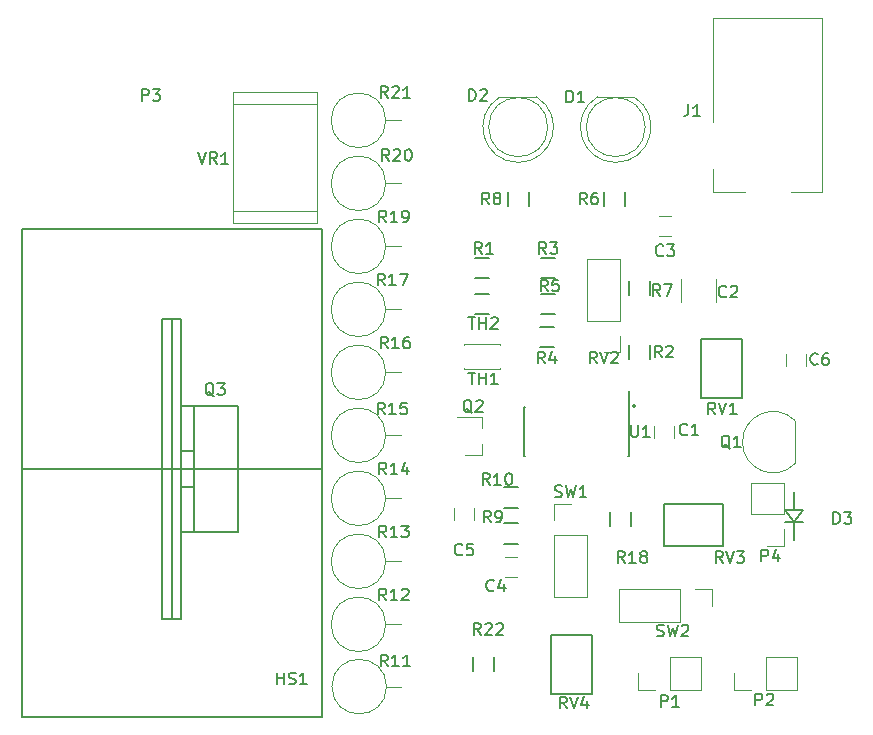
<source format=gbr>
G04 #@! TF.FileFunction,Legend,Top*
%FSLAX46Y46*%
G04 Gerber Fmt 4.6, Leading zero omitted, Abs format (unit mm)*
G04 Created by KiCad (PCBNEW 4.0.1-stable) date 10/30/2017 21:56:45*
%MOMM*%
G01*
G04 APERTURE LIST*
%ADD10C,0.100000*%
%ADD11C,0.200000*%
%ADD12C,0.150000*%
%ADD13C,0.120000*%
G04 APERTURE END LIST*
D10*
D11*
X151130000Y-88011000D02*
G75*
G03X151130000Y-88011000I-127000J0D01*
G01*
D12*
X138776000Y-80250000D02*
X137576000Y-80250000D01*
X137576000Y-78500000D02*
X138776000Y-78500000D01*
D13*
X152693000Y-89670000D02*
X152693000Y-90670000D01*
X154393000Y-90670000D02*
X154393000Y-89670000D01*
X162179000Y-112007000D02*
X164839000Y-112007000D01*
X164839000Y-112007000D02*
X164839000Y-109227000D01*
X164839000Y-109227000D02*
X162179000Y-109227000D01*
X162179000Y-109227000D02*
X162179000Y-112007000D01*
X160909000Y-112007000D02*
X159519000Y-112007000D01*
X159519000Y-112007000D02*
X159519000Y-110617000D01*
X163696000Y-97155000D02*
X163696000Y-94495000D01*
X163696000Y-94495000D02*
X160916000Y-94495000D01*
X160916000Y-94495000D02*
X160916000Y-97155000D01*
X160916000Y-97155000D02*
X163696000Y-97155000D01*
X163696000Y-98425000D02*
X163696000Y-99815000D01*
X163696000Y-99815000D02*
X162306000Y-99815000D01*
X164664000Y-92859000D02*
X164664000Y-89259000D01*
X164652478Y-92897478D02*
G75*
G02X160214000Y-91059000I-1838478J1838478D01*
G01*
X164652478Y-89220522D02*
G75*
G03X160214000Y-91059000I-1838478J-1838478D01*
G01*
D12*
X112649000Y-94869000D02*
X113792000Y-94869000D01*
X112649000Y-91821000D02*
X113792000Y-91821000D01*
X113792000Y-88011000D02*
X117475000Y-88011000D01*
X117475000Y-88011000D02*
X117475000Y-98679000D01*
X117475000Y-98679000D02*
X113792000Y-98679000D01*
X112649000Y-88011000D02*
X113792000Y-88011000D01*
X113792000Y-88011000D02*
X113792000Y-98679000D01*
X113792000Y-98679000D02*
X112649000Y-98679000D01*
X112649000Y-93345000D02*
X112649000Y-98679000D01*
X112649000Y-93345000D02*
X112649000Y-88011000D01*
X137576000Y-75452000D02*
X138776000Y-75452000D01*
X138776000Y-77202000D02*
X137576000Y-77202000D01*
X152386000Y-82839000D02*
X152386000Y-84039000D01*
X150636000Y-84039000D02*
X150636000Y-82839000D01*
X144364000Y-77202000D02*
X143164000Y-77202000D01*
X143164000Y-75452000D02*
X144364000Y-75452000D01*
X143164000Y-78500000D02*
X144364000Y-78500000D01*
X144364000Y-80250000D02*
X143164000Y-80250000D01*
X144237000Y-83044000D02*
X143037000Y-83044000D01*
X143037000Y-81294000D02*
X144237000Y-81294000D01*
X150227000Y-69885000D02*
X150227000Y-71085000D01*
X148477000Y-71085000D02*
X148477000Y-69885000D01*
X152386000Y-77378000D02*
X152386000Y-78578000D01*
X150636000Y-78578000D02*
X150636000Y-77378000D01*
X142099000Y-69885000D02*
X142099000Y-71085000D01*
X140349000Y-71085000D02*
X140349000Y-69885000D01*
X141189000Y-99681000D02*
X139989000Y-99681000D01*
X139989000Y-97931000D02*
X141189000Y-97931000D01*
X141189000Y-96633000D02*
X139989000Y-96633000D01*
X139989000Y-94883000D02*
X141189000Y-94883000D01*
X148985000Y-98136000D02*
X148985000Y-96936000D01*
X150735000Y-96936000D02*
X150735000Y-98136000D01*
X139178000Y-109255000D02*
X139178000Y-110455000D01*
X137428000Y-110455000D02*
X137428000Y-109255000D01*
X111102000Y-106045000D02*
X111102000Y-80645000D01*
X111102000Y-80645000D02*
X112672000Y-80645000D01*
X112672000Y-80645000D02*
X112672000Y-106045000D01*
X112672000Y-106045000D02*
X111102000Y-106045000D01*
X99187000Y-93345000D02*
X124587000Y-93345000D01*
X111887000Y-106045000D02*
X111887000Y-80645000D01*
X99187000Y-114300000D02*
X124587000Y-114300000D01*
X124587000Y-114300000D02*
X124587000Y-73025000D01*
X124587000Y-73025000D02*
X99187000Y-73025000D01*
X99187000Y-73025000D02*
X99187000Y-114300000D01*
D13*
X138174000Y-92131000D02*
X138174000Y-91201000D01*
X138174000Y-88971000D02*
X138174000Y-89901000D01*
X138174000Y-88971000D02*
X136014000Y-88971000D01*
X138174000Y-92131000D02*
X136714000Y-92131000D01*
X157939000Y-79232000D02*
X157939000Y-77232000D01*
X154989000Y-77232000D02*
X154989000Y-79232000D01*
X153170000Y-73621000D02*
X154170000Y-73621000D01*
X154170000Y-71921000D02*
X153170000Y-71921000D01*
X141089000Y-100750000D02*
X140089000Y-100750000D01*
X140089000Y-102450000D02*
X141089000Y-102450000D01*
X137502000Y-97655000D02*
X137502000Y-96655000D01*
X135802000Y-96655000D02*
X135802000Y-97655000D01*
X163869000Y-83574000D02*
X163869000Y-84574000D01*
X165569000Y-84574000D02*
X165569000Y-83574000D01*
X149478538Y-67379000D02*
G75*
G03X151023830Y-61829000I462J2990000D01*
G01*
X149479462Y-67379000D02*
G75*
G02X147934170Y-61829000I-462J2990000D01*
G01*
X151979000Y-64389000D02*
G75*
G03X151979000Y-64389000I-2500000J0D01*
G01*
X151024000Y-61829000D02*
X147934000Y-61829000D01*
X141223538Y-67379000D02*
G75*
G03X142768830Y-61829000I462J2990000D01*
G01*
X141224462Y-67379000D02*
G75*
G02X139679170Y-61829000I-462J2990000D01*
G01*
X143724000Y-64389000D02*
G75*
G03X143724000Y-64389000I-2500000J0D01*
G01*
X142769000Y-61829000D02*
X139679000Y-61829000D01*
D12*
X165354000Y-97790000D02*
X163830000Y-97790000D01*
X164592000Y-96774000D02*
X164084000Y-96774000D01*
X164084000Y-96774000D02*
X163830000Y-96774000D01*
X163830000Y-96774000D02*
X164592000Y-97790000D01*
X164592000Y-95250000D02*
X164592000Y-96774000D01*
X164592000Y-96774000D02*
X165354000Y-96774000D01*
X165354000Y-96774000D02*
X164592000Y-97790000D01*
X164592000Y-97790000D02*
X164592000Y-99314000D01*
D13*
X130072000Y-111760000D02*
G75*
G03X130072000Y-111760000I-2310000J0D01*
G01*
X130072000Y-111760000D02*
X131342000Y-111760000D01*
X130008500Y-106489500D02*
G75*
G03X130008500Y-106489500I-2310000J0D01*
G01*
X130008500Y-106489500D02*
X131278500Y-106489500D01*
X130008500Y-101155500D02*
G75*
G03X130008500Y-101155500I-2310000J0D01*
G01*
X130008500Y-101155500D02*
X131278500Y-101155500D01*
X130008500Y-95821500D02*
G75*
G03X130008500Y-95821500I-2310000J0D01*
G01*
X130008500Y-95821500D02*
X131278500Y-95821500D01*
X130008500Y-90487500D02*
G75*
G03X130008500Y-90487500I-2310000J0D01*
G01*
X130008500Y-90487500D02*
X131278500Y-90487500D01*
X130008500Y-85153500D02*
G75*
G03X130008500Y-85153500I-2310000J0D01*
G01*
X130008500Y-85153500D02*
X131278500Y-85153500D01*
X130008500Y-79819500D02*
G75*
G03X130008500Y-79819500I-2310000J0D01*
G01*
X130008500Y-79819500D02*
X131278500Y-79819500D01*
X130008500Y-74485500D02*
G75*
G03X130008500Y-74485500I-2310000J0D01*
G01*
X130008500Y-74485500D02*
X131278500Y-74485500D01*
X130008500Y-69151500D02*
G75*
G03X130008500Y-69151500I-2310000J0D01*
G01*
X130008500Y-69151500D02*
X131278500Y-69151500D01*
X130008500Y-63817500D02*
G75*
G03X130008500Y-63817500I-2310000J0D01*
G01*
X130008500Y-63817500D02*
X131278500Y-63817500D01*
D12*
X160163000Y-87336000D02*
X156663000Y-87336000D01*
X156663000Y-87336000D02*
X156663000Y-82336000D01*
X156663000Y-82336000D02*
X160163000Y-82336000D01*
X160163000Y-82336000D02*
X160163000Y-87336000D01*
D13*
X149853000Y-80772000D02*
X149853000Y-75572000D01*
X149853000Y-75572000D02*
X147073000Y-75572000D01*
X147073000Y-75572000D02*
X147073000Y-80772000D01*
X147073000Y-80772000D02*
X149853000Y-80772000D01*
X149853000Y-82042000D02*
X149853000Y-83432000D01*
X149853000Y-83432000D02*
X148463000Y-83432000D01*
D12*
X153583000Y-99838000D02*
X153583000Y-96338000D01*
X153583000Y-96338000D02*
X158583000Y-96338000D01*
X158583000Y-96338000D02*
X158583000Y-99838000D01*
X158583000Y-99838000D02*
X153583000Y-99838000D01*
X147463000Y-112355000D02*
X143963000Y-112355000D01*
X143963000Y-112355000D02*
X143963000Y-107355000D01*
X143963000Y-107355000D02*
X147463000Y-107355000D01*
X147463000Y-107355000D02*
X147463000Y-112355000D01*
D13*
X144279000Y-98933000D02*
X144279000Y-104133000D01*
X144279000Y-104133000D02*
X147059000Y-104133000D01*
X147059000Y-104133000D02*
X147059000Y-98933000D01*
X147059000Y-98933000D02*
X144279000Y-98933000D01*
X144279000Y-97663000D02*
X144279000Y-96273000D01*
X144279000Y-96273000D02*
X145669000Y-96273000D01*
X154940000Y-103512000D02*
X149740000Y-103512000D01*
X149740000Y-103512000D02*
X149740000Y-106292000D01*
X149740000Y-106292000D02*
X154940000Y-106292000D01*
X154940000Y-106292000D02*
X154940000Y-103512000D01*
X156210000Y-103512000D02*
X157600000Y-103512000D01*
X157600000Y-103512000D02*
X157600000Y-104902000D01*
X136596000Y-82760000D02*
X139716000Y-82760000D01*
X136596000Y-84880000D02*
X139716000Y-84880000D01*
X136596000Y-82760000D02*
X136596000Y-82824000D01*
X136596000Y-84816000D02*
X136596000Y-84880000D01*
X139716000Y-82760000D02*
X139716000Y-82824000D01*
X139716000Y-84816000D02*
X139716000Y-84880000D01*
X117090000Y-72529000D02*
X117090000Y-61409000D01*
X124210000Y-72529000D02*
X124210000Y-61409000D01*
X117090000Y-72529000D02*
X124210000Y-72529000D01*
X117090000Y-61409000D02*
X124210000Y-61409000D01*
X117090000Y-71469000D02*
X124210000Y-71469000D01*
X117090000Y-62469000D02*
X124210000Y-62469000D01*
D12*
X150627000Y-88095000D02*
X150602000Y-88095000D01*
X150627000Y-92245000D02*
X150512000Y-92245000D01*
X141727000Y-92245000D02*
X141842000Y-92245000D01*
X141727000Y-88095000D02*
X141842000Y-88095000D01*
X150627000Y-88095000D02*
X150627000Y-92245000D01*
X141727000Y-88095000D02*
X141727000Y-92245000D01*
X150602000Y-88095000D02*
X150602000Y-86720000D01*
D13*
X157706000Y-63961000D02*
X157706000Y-55161000D01*
X157706000Y-55161000D02*
X166906000Y-55161000D01*
X160406000Y-69861000D02*
X157706000Y-69861000D01*
X157706000Y-69861000D02*
X157706000Y-67961000D01*
X166906000Y-55161000D02*
X166906000Y-69861000D01*
X166906000Y-69861000D02*
X164306000Y-69861000D01*
X154051000Y-112007000D02*
X156711000Y-112007000D01*
X156711000Y-112007000D02*
X156711000Y-109227000D01*
X156711000Y-109227000D02*
X154051000Y-109227000D01*
X154051000Y-109227000D02*
X154051000Y-112007000D01*
X152781000Y-112007000D02*
X151391000Y-112007000D01*
X151391000Y-112007000D02*
X151391000Y-110617000D01*
D12*
X137017286Y-80478381D02*
X137588715Y-80478381D01*
X137303000Y-81478381D02*
X137303000Y-80478381D01*
X137922048Y-81478381D02*
X137922048Y-80478381D01*
X137922048Y-80954571D02*
X138493477Y-80954571D01*
X138493477Y-81478381D02*
X138493477Y-80478381D01*
X138922048Y-80573619D02*
X138969667Y-80526000D01*
X139064905Y-80478381D01*
X139303001Y-80478381D01*
X139398239Y-80526000D01*
X139445858Y-80573619D01*
X139493477Y-80668857D01*
X139493477Y-80764095D01*
X139445858Y-80906952D01*
X138874429Y-81478381D01*
X139493477Y-81478381D01*
X155535334Y-90400143D02*
X155487715Y-90447762D01*
X155344858Y-90495381D01*
X155249620Y-90495381D01*
X155106762Y-90447762D01*
X155011524Y-90352524D01*
X154963905Y-90257286D01*
X154916286Y-90066810D01*
X154916286Y-89923952D01*
X154963905Y-89733476D01*
X155011524Y-89638238D01*
X155106762Y-89543000D01*
X155249620Y-89495381D01*
X155344858Y-89495381D01*
X155487715Y-89543000D01*
X155535334Y-89590619D01*
X156487715Y-90495381D02*
X155916286Y-90495381D01*
X156202000Y-90495381D02*
X156202000Y-89495381D01*
X156106762Y-89638238D01*
X156011524Y-89733476D01*
X155916286Y-89781095D01*
X161313905Y-113355381D02*
X161313905Y-112355381D01*
X161694858Y-112355381D01*
X161790096Y-112403000D01*
X161837715Y-112450619D01*
X161885334Y-112545857D01*
X161885334Y-112688714D01*
X161837715Y-112783952D01*
X161790096Y-112831571D01*
X161694858Y-112879190D01*
X161313905Y-112879190D01*
X162266286Y-112450619D02*
X162313905Y-112403000D01*
X162409143Y-112355381D01*
X162647239Y-112355381D01*
X162742477Y-112403000D01*
X162790096Y-112450619D01*
X162837715Y-112545857D01*
X162837715Y-112641095D01*
X162790096Y-112783952D01*
X162218667Y-113355381D01*
X162837715Y-113355381D01*
X161821905Y-101163381D02*
X161821905Y-100163381D01*
X162202858Y-100163381D01*
X162298096Y-100211000D01*
X162345715Y-100258619D01*
X162393334Y-100353857D01*
X162393334Y-100496714D01*
X162345715Y-100591952D01*
X162298096Y-100639571D01*
X162202858Y-100687190D01*
X161821905Y-100687190D01*
X163250477Y-100496714D02*
X163250477Y-101163381D01*
X163012381Y-100115762D02*
X162774286Y-100830048D01*
X163393334Y-100830048D01*
X159162762Y-91606619D02*
X159067524Y-91559000D01*
X158972286Y-91463762D01*
X158829429Y-91320905D01*
X158734190Y-91273286D01*
X158638952Y-91273286D01*
X158686571Y-91511381D02*
X158591333Y-91463762D01*
X158496095Y-91368524D01*
X158448476Y-91178048D01*
X158448476Y-90844714D01*
X158496095Y-90654238D01*
X158591333Y-90559000D01*
X158686571Y-90511381D01*
X158877048Y-90511381D01*
X158972286Y-90559000D01*
X159067524Y-90654238D01*
X159115143Y-90844714D01*
X159115143Y-91178048D01*
X159067524Y-91368524D01*
X158972286Y-91463762D01*
X158877048Y-91511381D01*
X158686571Y-91511381D01*
X160067524Y-91511381D02*
X159496095Y-91511381D01*
X159781809Y-91511381D02*
X159781809Y-90511381D01*
X159686571Y-90654238D01*
X159591333Y-90749476D01*
X159496095Y-90797095D01*
X115474762Y-87161619D02*
X115379524Y-87114000D01*
X115284286Y-87018762D01*
X115141429Y-86875905D01*
X115046190Y-86828286D01*
X114950952Y-86828286D01*
X114998571Y-87066381D02*
X114903333Y-87018762D01*
X114808095Y-86923524D01*
X114760476Y-86733048D01*
X114760476Y-86399714D01*
X114808095Y-86209238D01*
X114903333Y-86114000D01*
X114998571Y-86066381D01*
X115189048Y-86066381D01*
X115284286Y-86114000D01*
X115379524Y-86209238D01*
X115427143Y-86399714D01*
X115427143Y-86733048D01*
X115379524Y-86923524D01*
X115284286Y-87018762D01*
X115189048Y-87066381D01*
X114998571Y-87066381D01*
X115760476Y-86066381D02*
X116379524Y-86066381D01*
X116046190Y-86447333D01*
X116189048Y-86447333D01*
X116284286Y-86494952D01*
X116331905Y-86542571D01*
X116379524Y-86637810D01*
X116379524Y-86875905D01*
X116331905Y-86971143D01*
X116284286Y-87018762D01*
X116189048Y-87066381D01*
X115903333Y-87066381D01*
X115808095Y-87018762D01*
X115760476Y-86971143D01*
X138136334Y-75128381D02*
X137803000Y-74652190D01*
X137564905Y-75128381D02*
X137564905Y-74128381D01*
X137945858Y-74128381D01*
X138041096Y-74176000D01*
X138088715Y-74223619D01*
X138136334Y-74318857D01*
X138136334Y-74461714D01*
X138088715Y-74556952D01*
X138041096Y-74604571D01*
X137945858Y-74652190D01*
X137564905Y-74652190D01*
X139088715Y-75128381D02*
X138517286Y-75128381D01*
X138803000Y-75128381D02*
X138803000Y-74128381D01*
X138707762Y-74271238D01*
X138612524Y-74366476D01*
X138517286Y-74414095D01*
X153376334Y-83891381D02*
X153043000Y-83415190D01*
X152804905Y-83891381D02*
X152804905Y-82891381D01*
X153185858Y-82891381D01*
X153281096Y-82939000D01*
X153328715Y-82986619D01*
X153376334Y-83081857D01*
X153376334Y-83224714D01*
X153328715Y-83319952D01*
X153281096Y-83367571D01*
X153185858Y-83415190D01*
X152804905Y-83415190D01*
X153757286Y-82986619D02*
X153804905Y-82939000D01*
X153900143Y-82891381D01*
X154138239Y-82891381D01*
X154233477Y-82939000D01*
X154281096Y-82986619D01*
X154328715Y-83081857D01*
X154328715Y-83177095D01*
X154281096Y-83319952D01*
X153709667Y-83891381D01*
X154328715Y-83891381D01*
X143597334Y-75128381D02*
X143264000Y-74652190D01*
X143025905Y-75128381D02*
X143025905Y-74128381D01*
X143406858Y-74128381D01*
X143502096Y-74176000D01*
X143549715Y-74223619D01*
X143597334Y-74318857D01*
X143597334Y-74461714D01*
X143549715Y-74556952D01*
X143502096Y-74604571D01*
X143406858Y-74652190D01*
X143025905Y-74652190D01*
X143930667Y-74128381D02*
X144549715Y-74128381D01*
X144216381Y-74509333D01*
X144359239Y-74509333D01*
X144454477Y-74556952D01*
X144502096Y-74604571D01*
X144549715Y-74699810D01*
X144549715Y-74937905D01*
X144502096Y-75033143D01*
X144454477Y-75080762D01*
X144359239Y-75128381D01*
X144073524Y-75128381D01*
X143978286Y-75080762D01*
X143930667Y-75033143D01*
X143470334Y-84399381D02*
X143137000Y-83923190D01*
X142898905Y-84399381D02*
X142898905Y-83399381D01*
X143279858Y-83399381D01*
X143375096Y-83447000D01*
X143422715Y-83494619D01*
X143470334Y-83589857D01*
X143470334Y-83732714D01*
X143422715Y-83827952D01*
X143375096Y-83875571D01*
X143279858Y-83923190D01*
X142898905Y-83923190D01*
X144327477Y-83732714D02*
X144327477Y-84399381D01*
X144089381Y-83351762D02*
X143851286Y-84066048D01*
X144470334Y-84066048D01*
X143724334Y-78303381D02*
X143391000Y-77827190D01*
X143152905Y-78303381D02*
X143152905Y-77303381D01*
X143533858Y-77303381D01*
X143629096Y-77351000D01*
X143676715Y-77398619D01*
X143724334Y-77493857D01*
X143724334Y-77636714D01*
X143676715Y-77731952D01*
X143629096Y-77779571D01*
X143533858Y-77827190D01*
X143152905Y-77827190D01*
X144629096Y-77303381D02*
X144152905Y-77303381D01*
X144105286Y-77779571D01*
X144152905Y-77731952D01*
X144248143Y-77684333D01*
X144486239Y-77684333D01*
X144581477Y-77731952D01*
X144629096Y-77779571D01*
X144676715Y-77874810D01*
X144676715Y-78112905D01*
X144629096Y-78208143D01*
X144581477Y-78255762D01*
X144486239Y-78303381D01*
X144248143Y-78303381D01*
X144152905Y-78255762D01*
X144105286Y-78208143D01*
X147026334Y-70937381D02*
X146693000Y-70461190D01*
X146454905Y-70937381D02*
X146454905Y-69937381D01*
X146835858Y-69937381D01*
X146931096Y-69985000D01*
X146978715Y-70032619D01*
X147026334Y-70127857D01*
X147026334Y-70270714D01*
X146978715Y-70365952D01*
X146931096Y-70413571D01*
X146835858Y-70461190D01*
X146454905Y-70461190D01*
X147883477Y-69937381D02*
X147693000Y-69937381D01*
X147597762Y-69985000D01*
X147550143Y-70032619D01*
X147454905Y-70175476D01*
X147407286Y-70365952D01*
X147407286Y-70746905D01*
X147454905Y-70842143D01*
X147502524Y-70889762D01*
X147597762Y-70937381D01*
X147788239Y-70937381D01*
X147883477Y-70889762D01*
X147931096Y-70842143D01*
X147978715Y-70746905D01*
X147978715Y-70508810D01*
X147931096Y-70413571D01*
X147883477Y-70365952D01*
X147788239Y-70318333D01*
X147597762Y-70318333D01*
X147502524Y-70365952D01*
X147454905Y-70413571D01*
X147407286Y-70508810D01*
X153249334Y-78684381D02*
X152916000Y-78208190D01*
X152677905Y-78684381D02*
X152677905Y-77684381D01*
X153058858Y-77684381D01*
X153154096Y-77732000D01*
X153201715Y-77779619D01*
X153249334Y-77874857D01*
X153249334Y-78017714D01*
X153201715Y-78112952D01*
X153154096Y-78160571D01*
X153058858Y-78208190D01*
X152677905Y-78208190D01*
X153582667Y-77684381D02*
X154249334Y-77684381D01*
X153820762Y-78684381D01*
X138771334Y-70937381D02*
X138438000Y-70461190D01*
X138199905Y-70937381D02*
X138199905Y-69937381D01*
X138580858Y-69937381D01*
X138676096Y-69985000D01*
X138723715Y-70032619D01*
X138771334Y-70127857D01*
X138771334Y-70270714D01*
X138723715Y-70365952D01*
X138676096Y-70413571D01*
X138580858Y-70461190D01*
X138199905Y-70461190D01*
X139342762Y-70365952D02*
X139247524Y-70318333D01*
X139199905Y-70270714D01*
X139152286Y-70175476D01*
X139152286Y-70127857D01*
X139199905Y-70032619D01*
X139247524Y-69985000D01*
X139342762Y-69937381D01*
X139533239Y-69937381D01*
X139628477Y-69985000D01*
X139676096Y-70032619D01*
X139723715Y-70127857D01*
X139723715Y-70175476D01*
X139676096Y-70270714D01*
X139628477Y-70318333D01*
X139533239Y-70365952D01*
X139342762Y-70365952D01*
X139247524Y-70413571D01*
X139199905Y-70461190D01*
X139152286Y-70556429D01*
X139152286Y-70746905D01*
X139199905Y-70842143D01*
X139247524Y-70889762D01*
X139342762Y-70937381D01*
X139533239Y-70937381D01*
X139628477Y-70889762D01*
X139676096Y-70842143D01*
X139723715Y-70746905D01*
X139723715Y-70556429D01*
X139676096Y-70461190D01*
X139628477Y-70413571D01*
X139533239Y-70365952D01*
X138898334Y-97861381D02*
X138565000Y-97385190D01*
X138326905Y-97861381D02*
X138326905Y-96861381D01*
X138707858Y-96861381D01*
X138803096Y-96909000D01*
X138850715Y-96956619D01*
X138898334Y-97051857D01*
X138898334Y-97194714D01*
X138850715Y-97289952D01*
X138803096Y-97337571D01*
X138707858Y-97385190D01*
X138326905Y-97385190D01*
X139374524Y-97861381D02*
X139565000Y-97861381D01*
X139660239Y-97813762D01*
X139707858Y-97766143D01*
X139803096Y-97623286D01*
X139850715Y-97432810D01*
X139850715Y-97051857D01*
X139803096Y-96956619D01*
X139755477Y-96909000D01*
X139660239Y-96861381D01*
X139469762Y-96861381D01*
X139374524Y-96909000D01*
X139326905Y-96956619D01*
X139279286Y-97051857D01*
X139279286Y-97289952D01*
X139326905Y-97385190D01*
X139374524Y-97432810D01*
X139469762Y-97480429D01*
X139660239Y-97480429D01*
X139755477Y-97432810D01*
X139803096Y-97385190D01*
X139850715Y-97289952D01*
X138803143Y-94686381D02*
X138469809Y-94210190D01*
X138231714Y-94686381D02*
X138231714Y-93686381D01*
X138612667Y-93686381D01*
X138707905Y-93734000D01*
X138755524Y-93781619D01*
X138803143Y-93876857D01*
X138803143Y-94019714D01*
X138755524Y-94114952D01*
X138707905Y-94162571D01*
X138612667Y-94210190D01*
X138231714Y-94210190D01*
X139755524Y-94686381D02*
X139184095Y-94686381D01*
X139469809Y-94686381D02*
X139469809Y-93686381D01*
X139374571Y-93829238D01*
X139279333Y-93924476D01*
X139184095Y-93972095D01*
X140374571Y-93686381D02*
X140469810Y-93686381D01*
X140565048Y-93734000D01*
X140612667Y-93781619D01*
X140660286Y-93876857D01*
X140707905Y-94067333D01*
X140707905Y-94305429D01*
X140660286Y-94495905D01*
X140612667Y-94591143D01*
X140565048Y-94638762D01*
X140469810Y-94686381D01*
X140374571Y-94686381D01*
X140279333Y-94638762D01*
X140231714Y-94591143D01*
X140184095Y-94495905D01*
X140136476Y-94305429D01*
X140136476Y-94067333D01*
X140184095Y-93876857D01*
X140231714Y-93781619D01*
X140279333Y-93734000D01*
X140374571Y-93686381D01*
X150233143Y-101290381D02*
X149899809Y-100814190D01*
X149661714Y-101290381D02*
X149661714Y-100290381D01*
X150042667Y-100290381D01*
X150137905Y-100338000D01*
X150185524Y-100385619D01*
X150233143Y-100480857D01*
X150233143Y-100623714D01*
X150185524Y-100718952D01*
X150137905Y-100766571D01*
X150042667Y-100814190D01*
X149661714Y-100814190D01*
X151185524Y-101290381D02*
X150614095Y-101290381D01*
X150899809Y-101290381D02*
X150899809Y-100290381D01*
X150804571Y-100433238D01*
X150709333Y-100528476D01*
X150614095Y-100576095D01*
X151756952Y-100718952D02*
X151661714Y-100671333D01*
X151614095Y-100623714D01*
X151566476Y-100528476D01*
X151566476Y-100480857D01*
X151614095Y-100385619D01*
X151661714Y-100338000D01*
X151756952Y-100290381D01*
X151947429Y-100290381D01*
X152042667Y-100338000D01*
X152090286Y-100385619D01*
X152137905Y-100480857D01*
X152137905Y-100528476D01*
X152090286Y-100623714D01*
X152042667Y-100671333D01*
X151947429Y-100718952D01*
X151756952Y-100718952D01*
X151661714Y-100766571D01*
X151614095Y-100814190D01*
X151566476Y-100909429D01*
X151566476Y-101099905D01*
X151614095Y-101195143D01*
X151661714Y-101242762D01*
X151756952Y-101290381D01*
X151947429Y-101290381D01*
X152042667Y-101242762D01*
X152090286Y-101195143D01*
X152137905Y-101099905D01*
X152137905Y-100909429D01*
X152090286Y-100814190D01*
X152042667Y-100766571D01*
X151947429Y-100718952D01*
X138041143Y-107386381D02*
X137707809Y-106910190D01*
X137469714Y-107386381D02*
X137469714Y-106386381D01*
X137850667Y-106386381D01*
X137945905Y-106434000D01*
X137993524Y-106481619D01*
X138041143Y-106576857D01*
X138041143Y-106719714D01*
X137993524Y-106814952D01*
X137945905Y-106862571D01*
X137850667Y-106910190D01*
X137469714Y-106910190D01*
X138422095Y-106481619D02*
X138469714Y-106434000D01*
X138564952Y-106386381D01*
X138803048Y-106386381D01*
X138898286Y-106434000D01*
X138945905Y-106481619D01*
X138993524Y-106576857D01*
X138993524Y-106672095D01*
X138945905Y-106814952D01*
X138374476Y-107386381D01*
X138993524Y-107386381D01*
X139374476Y-106481619D02*
X139422095Y-106434000D01*
X139517333Y-106386381D01*
X139755429Y-106386381D01*
X139850667Y-106434000D01*
X139898286Y-106481619D01*
X139945905Y-106576857D01*
X139945905Y-106672095D01*
X139898286Y-106814952D01*
X139326857Y-107386381D01*
X139945905Y-107386381D01*
X120808905Y-111577381D02*
X120808905Y-110577381D01*
X120808905Y-111053571D02*
X121380334Y-111053571D01*
X121380334Y-111577381D02*
X121380334Y-110577381D01*
X121808905Y-111529762D02*
X121951762Y-111577381D01*
X122189858Y-111577381D01*
X122285096Y-111529762D01*
X122332715Y-111482143D01*
X122380334Y-111386905D01*
X122380334Y-111291667D01*
X122332715Y-111196429D01*
X122285096Y-111148810D01*
X122189858Y-111101190D01*
X121999381Y-111053571D01*
X121904143Y-111005952D01*
X121856524Y-110958333D01*
X121808905Y-110863095D01*
X121808905Y-110767857D01*
X121856524Y-110672619D01*
X121904143Y-110625000D01*
X121999381Y-110577381D01*
X122237477Y-110577381D01*
X122380334Y-110625000D01*
X123332715Y-111577381D02*
X122761286Y-111577381D01*
X123047000Y-111577381D02*
X123047000Y-110577381D01*
X122951762Y-110720238D01*
X122856524Y-110815476D01*
X122761286Y-110863095D01*
X137318762Y-88598619D02*
X137223524Y-88551000D01*
X137128286Y-88455762D01*
X136985429Y-88312905D01*
X136890190Y-88265286D01*
X136794952Y-88265286D01*
X136842571Y-88503381D02*
X136747333Y-88455762D01*
X136652095Y-88360524D01*
X136604476Y-88170048D01*
X136604476Y-87836714D01*
X136652095Y-87646238D01*
X136747333Y-87551000D01*
X136842571Y-87503381D01*
X137033048Y-87503381D01*
X137128286Y-87551000D01*
X137223524Y-87646238D01*
X137271143Y-87836714D01*
X137271143Y-88170048D01*
X137223524Y-88360524D01*
X137128286Y-88455762D01*
X137033048Y-88503381D01*
X136842571Y-88503381D01*
X137652095Y-87598619D02*
X137699714Y-87551000D01*
X137794952Y-87503381D01*
X138033048Y-87503381D01*
X138128286Y-87551000D01*
X138175905Y-87598619D01*
X138223524Y-87693857D01*
X138223524Y-87789095D01*
X138175905Y-87931952D01*
X137604476Y-88503381D01*
X138223524Y-88503381D01*
X158837334Y-78716143D02*
X158789715Y-78763762D01*
X158646858Y-78811381D01*
X158551620Y-78811381D01*
X158408762Y-78763762D01*
X158313524Y-78668524D01*
X158265905Y-78573286D01*
X158218286Y-78382810D01*
X158218286Y-78239952D01*
X158265905Y-78049476D01*
X158313524Y-77954238D01*
X158408762Y-77859000D01*
X158551620Y-77811381D01*
X158646858Y-77811381D01*
X158789715Y-77859000D01*
X158837334Y-77906619D01*
X159218286Y-77906619D02*
X159265905Y-77859000D01*
X159361143Y-77811381D01*
X159599239Y-77811381D01*
X159694477Y-77859000D01*
X159742096Y-77906619D01*
X159789715Y-78001857D01*
X159789715Y-78097095D01*
X159742096Y-78239952D01*
X159170667Y-78811381D01*
X159789715Y-78811381D01*
X153503334Y-75228143D02*
X153455715Y-75275762D01*
X153312858Y-75323381D01*
X153217620Y-75323381D01*
X153074762Y-75275762D01*
X152979524Y-75180524D01*
X152931905Y-75085286D01*
X152884286Y-74894810D01*
X152884286Y-74751952D01*
X152931905Y-74561476D01*
X152979524Y-74466238D01*
X153074762Y-74371000D01*
X153217620Y-74323381D01*
X153312858Y-74323381D01*
X153455715Y-74371000D01*
X153503334Y-74418619D01*
X153836667Y-74323381D02*
X154455715Y-74323381D01*
X154122381Y-74704333D01*
X154265239Y-74704333D01*
X154360477Y-74751952D01*
X154408096Y-74799571D01*
X154455715Y-74894810D01*
X154455715Y-75132905D01*
X154408096Y-75228143D01*
X154360477Y-75275762D01*
X154265239Y-75323381D01*
X153979524Y-75323381D01*
X153884286Y-75275762D01*
X153836667Y-75228143D01*
X139152334Y-103608143D02*
X139104715Y-103655762D01*
X138961858Y-103703381D01*
X138866620Y-103703381D01*
X138723762Y-103655762D01*
X138628524Y-103560524D01*
X138580905Y-103465286D01*
X138533286Y-103274810D01*
X138533286Y-103131952D01*
X138580905Y-102941476D01*
X138628524Y-102846238D01*
X138723762Y-102751000D01*
X138866620Y-102703381D01*
X138961858Y-102703381D01*
X139104715Y-102751000D01*
X139152334Y-102798619D01*
X140009477Y-103036714D02*
X140009477Y-103703381D01*
X139771381Y-102655762D02*
X139533286Y-103370048D01*
X140152334Y-103370048D01*
X136485334Y-100560143D02*
X136437715Y-100607762D01*
X136294858Y-100655381D01*
X136199620Y-100655381D01*
X136056762Y-100607762D01*
X135961524Y-100512524D01*
X135913905Y-100417286D01*
X135866286Y-100226810D01*
X135866286Y-100083952D01*
X135913905Y-99893476D01*
X135961524Y-99798238D01*
X136056762Y-99703000D01*
X136199620Y-99655381D01*
X136294858Y-99655381D01*
X136437715Y-99703000D01*
X136485334Y-99750619D01*
X137390096Y-99655381D02*
X136913905Y-99655381D01*
X136866286Y-100131571D01*
X136913905Y-100083952D01*
X137009143Y-100036333D01*
X137247239Y-100036333D01*
X137342477Y-100083952D01*
X137390096Y-100131571D01*
X137437715Y-100226810D01*
X137437715Y-100464905D01*
X137390096Y-100560143D01*
X137342477Y-100607762D01*
X137247239Y-100655381D01*
X137009143Y-100655381D01*
X136913905Y-100607762D01*
X136866286Y-100560143D01*
X166584334Y-84431143D02*
X166536715Y-84478762D01*
X166393858Y-84526381D01*
X166298620Y-84526381D01*
X166155762Y-84478762D01*
X166060524Y-84383524D01*
X166012905Y-84288286D01*
X165965286Y-84097810D01*
X165965286Y-83954952D01*
X166012905Y-83764476D01*
X166060524Y-83669238D01*
X166155762Y-83574000D01*
X166298620Y-83526381D01*
X166393858Y-83526381D01*
X166536715Y-83574000D01*
X166584334Y-83621619D01*
X167441477Y-83526381D02*
X167251000Y-83526381D01*
X167155762Y-83574000D01*
X167108143Y-83621619D01*
X167012905Y-83764476D01*
X166965286Y-83954952D01*
X166965286Y-84335905D01*
X167012905Y-84431143D01*
X167060524Y-84478762D01*
X167155762Y-84526381D01*
X167346239Y-84526381D01*
X167441477Y-84478762D01*
X167489096Y-84431143D01*
X167536715Y-84335905D01*
X167536715Y-84097810D01*
X167489096Y-84002571D01*
X167441477Y-83954952D01*
X167346239Y-83907333D01*
X167155762Y-83907333D01*
X167060524Y-83954952D01*
X167012905Y-84002571D01*
X166965286Y-84097810D01*
X145311905Y-62301381D02*
X145311905Y-61301381D01*
X145550000Y-61301381D01*
X145692858Y-61349000D01*
X145788096Y-61444238D01*
X145835715Y-61539476D01*
X145883334Y-61729952D01*
X145883334Y-61872810D01*
X145835715Y-62063286D01*
X145788096Y-62158524D01*
X145692858Y-62253762D01*
X145550000Y-62301381D01*
X145311905Y-62301381D01*
X146835715Y-62301381D02*
X146264286Y-62301381D01*
X146550000Y-62301381D02*
X146550000Y-61301381D01*
X146454762Y-61444238D01*
X146359524Y-61539476D01*
X146264286Y-61587095D01*
X137056905Y-62174381D02*
X137056905Y-61174381D01*
X137295000Y-61174381D01*
X137437858Y-61222000D01*
X137533096Y-61317238D01*
X137580715Y-61412476D01*
X137628334Y-61602952D01*
X137628334Y-61745810D01*
X137580715Y-61936286D01*
X137533096Y-62031524D01*
X137437858Y-62126762D01*
X137295000Y-62174381D01*
X137056905Y-62174381D01*
X138009286Y-61269619D02*
X138056905Y-61222000D01*
X138152143Y-61174381D01*
X138390239Y-61174381D01*
X138485477Y-61222000D01*
X138533096Y-61269619D01*
X138580715Y-61364857D01*
X138580715Y-61460095D01*
X138533096Y-61602952D01*
X137961667Y-62174381D01*
X138580715Y-62174381D01*
X167917905Y-97988381D02*
X167917905Y-96988381D01*
X168156000Y-96988381D01*
X168298858Y-97036000D01*
X168394096Y-97131238D01*
X168441715Y-97226476D01*
X168489334Y-97416952D01*
X168489334Y-97559810D01*
X168441715Y-97750286D01*
X168394096Y-97845524D01*
X168298858Y-97940762D01*
X168156000Y-97988381D01*
X167917905Y-97988381D01*
X168822667Y-96988381D02*
X169441715Y-96988381D01*
X169108381Y-97369333D01*
X169251239Y-97369333D01*
X169346477Y-97416952D01*
X169394096Y-97464571D01*
X169441715Y-97559810D01*
X169441715Y-97797905D01*
X169394096Y-97893143D01*
X169346477Y-97940762D01*
X169251239Y-97988381D01*
X168965524Y-97988381D01*
X168870286Y-97940762D01*
X168822667Y-97893143D01*
X130167143Y-110053381D02*
X129833809Y-109577190D01*
X129595714Y-110053381D02*
X129595714Y-109053381D01*
X129976667Y-109053381D01*
X130071905Y-109101000D01*
X130119524Y-109148619D01*
X130167143Y-109243857D01*
X130167143Y-109386714D01*
X130119524Y-109481952D01*
X130071905Y-109529571D01*
X129976667Y-109577190D01*
X129595714Y-109577190D01*
X131119524Y-110053381D02*
X130548095Y-110053381D01*
X130833809Y-110053381D02*
X130833809Y-109053381D01*
X130738571Y-109196238D01*
X130643333Y-109291476D01*
X130548095Y-109339095D01*
X132071905Y-110053381D02*
X131500476Y-110053381D01*
X131786190Y-110053381D02*
X131786190Y-109053381D01*
X131690952Y-109196238D01*
X131595714Y-109291476D01*
X131500476Y-109339095D01*
X130040143Y-104465381D02*
X129706809Y-103989190D01*
X129468714Y-104465381D02*
X129468714Y-103465381D01*
X129849667Y-103465381D01*
X129944905Y-103513000D01*
X129992524Y-103560619D01*
X130040143Y-103655857D01*
X130040143Y-103798714D01*
X129992524Y-103893952D01*
X129944905Y-103941571D01*
X129849667Y-103989190D01*
X129468714Y-103989190D01*
X130992524Y-104465381D02*
X130421095Y-104465381D01*
X130706809Y-104465381D02*
X130706809Y-103465381D01*
X130611571Y-103608238D01*
X130516333Y-103703476D01*
X130421095Y-103751095D01*
X131373476Y-103560619D02*
X131421095Y-103513000D01*
X131516333Y-103465381D01*
X131754429Y-103465381D01*
X131849667Y-103513000D01*
X131897286Y-103560619D01*
X131944905Y-103655857D01*
X131944905Y-103751095D01*
X131897286Y-103893952D01*
X131325857Y-104465381D01*
X131944905Y-104465381D01*
X130040143Y-99131381D02*
X129706809Y-98655190D01*
X129468714Y-99131381D02*
X129468714Y-98131381D01*
X129849667Y-98131381D01*
X129944905Y-98179000D01*
X129992524Y-98226619D01*
X130040143Y-98321857D01*
X130040143Y-98464714D01*
X129992524Y-98559952D01*
X129944905Y-98607571D01*
X129849667Y-98655190D01*
X129468714Y-98655190D01*
X130992524Y-99131381D02*
X130421095Y-99131381D01*
X130706809Y-99131381D02*
X130706809Y-98131381D01*
X130611571Y-98274238D01*
X130516333Y-98369476D01*
X130421095Y-98417095D01*
X131325857Y-98131381D02*
X131944905Y-98131381D01*
X131611571Y-98512333D01*
X131754429Y-98512333D01*
X131849667Y-98559952D01*
X131897286Y-98607571D01*
X131944905Y-98702810D01*
X131944905Y-98940905D01*
X131897286Y-99036143D01*
X131849667Y-99083762D01*
X131754429Y-99131381D01*
X131468714Y-99131381D01*
X131373476Y-99083762D01*
X131325857Y-99036143D01*
X130040143Y-93797381D02*
X129706809Y-93321190D01*
X129468714Y-93797381D02*
X129468714Y-92797381D01*
X129849667Y-92797381D01*
X129944905Y-92845000D01*
X129992524Y-92892619D01*
X130040143Y-92987857D01*
X130040143Y-93130714D01*
X129992524Y-93225952D01*
X129944905Y-93273571D01*
X129849667Y-93321190D01*
X129468714Y-93321190D01*
X130992524Y-93797381D02*
X130421095Y-93797381D01*
X130706809Y-93797381D02*
X130706809Y-92797381D01*
X130611571Y-92940238D01*
X130516333Y-93035476D01*
X130421095Y-93083095D01*
X131849667Y-93130714D02*
X131849667Y-93797381D01*
X131611571Y-92749762D02*
X131373476Y-93464048D01*
X131992524Y-93464048D01*
X129913143Y-88717381D02*
X129579809Y-88241190D01*
X129341714Y-88717381D02*
X129341714Y-87717381D01*
X129722667Y-87717381D01*
X129817905Y-87765000D01*
X129865524Y-87812619D01*
X129913143Y-87907857D01*
X129913143Y-88050714D01*
X129865524Y-88145952D01*
X129817905Y-88193571D01*
X129722667Y-88241190D01*
X129341714Y-88241190D01*
X130865524Y-88717381D02*
X130294095Y-88717381D01*
X130579809Y-88717381D02*
X130579809Y-87717381D01*
X130484571Y-87860238D01*
X130389333Y-87955476D01*
X130294095Y-88003095D01*
X131770286Y-87717381D02*
X131294095Y-87717381D01*
X131246476Y-88193571D01*
X131294095Y-88145952D01*
X131389333Y-88098333D01*
X131627429Y-88098333D01*
X131722667Y-88145952D01*
X131770286Y-88193571D01*
X131817905Y-88288810D01*
X131817905Y-88526905D01*
X131770286Y-88622143D01*
X131722667Y-88669762D01*
X131627429Y-88717381D01*
X131389333Y-88717381D01*
X131294095Y-88669762D01*
X131246476Y-88622143D01*
X130167143Y-83129381D02*
X129833809Y-82653190D01*
X129595714Y-83129381D02*
X129595714Y-82129381D01*
X129976667Y-82129381D01*
X130071905Y-82177000D01*
X130119524Y-82224619D01*
X130167143Y-82319857D01*
X130167143Y-82462714D01*
X130119524Y-82557952D01*
X130071905Y-82605571D01*
X129976667Y-82653190D01*
X129595714Y-82653190D01*
X131119524Y-83129381D02*
X130548095Y-83129381D01*
X130833809Y-83129381D02*
X130833809Y-82129381D01*
X130738571Y-82272238D01*
X130643333Y-82367476D01*
X130548095Y-82415095D01*
X131976667Y-82129381D02*
X131786190Y-82129381D01*
X131690952Y-82177000D01*
X131643333Y-82224619D01*
X131548095Y-82367476D01*
X131500476Y-82557952D01*
X131500476Y-82938905D01*
X131548095Y-83034143D01*
X131595714Y-83081762D01*
X131690952Y-83129381D01*
X131881429Y-83129381D01*
X131976667Y-83081762D01*
X132024286Y-83034143D01*
X132071905Y-82938905D01*
X132071905Y-82700810D01*
X132024286Y-82605571D01*
X131976667Y-82557952D01*
X131881429Y-82510333D01*
X131690952Y-82510333D01*
X131595714Y-82557952D01*
X131548095Y-82605571D01*
X131500476Y-82700810D01*
X129913143Y-77795381D02*
X129579809Y-77319190D01*
X129341714Y-77795381D02*
X129341714Y-76795381D01*
X129722667Y-76795381D01*
X129817905Y-76843000D01*
X129865524Y-76890619D01*
X129913143Y-76985857D01*
X129913143Y-77128714D01*
X129865524Y-77223952D01*
X129817905Y-77271571D01*
X129722667Y-77319190D01*
X129341714Y-77319190D01*
X130865524Y-77795381D02*
X130294095Y-77795381D01*
X130579809Y-77795381D02*
X130579809Y-76795381D01*
X130484571Y-76938238D01*
X130389333Y-77033476D01*
X130294095Y-77081095D01*
X131198857Y-76795381D02*
X131865524Y-76795381D01*
X131436952Y-77795381D01*
X130040143Y-72461381D02*
X129706809Y-71985190D01*
X129468714Y-72461381D02*
X129468714Y-71461381D01*
X129849667Y-71461381D01*
X129944905Y-71509000D01*
X129992524Y-71556619D01*
X130040143Y-71651857D01*
X130040143Y-71794714D01*
X129992524Y-71889952D01*
X129944905Y-71937571D01*
X129849667Y-71985190D01*
X129468714Y-71985190D01*
X130992524Y-72461381D02*
X130421095Y-72461381D01*
X130706809Y-72461381D02*
X130706809Y-71461381D01*
X130611571Y-71604238D01*
X130516333Y-71699476D01*
X130421095Y-71747095D01*
X131468714Y-72461381D02*
X131659190Y-72461381D01*
X131754429Y-72413762D01*
X131802048Y-72366143D01*
X131897286Y-72223286D01*
X131944905Y-72032810D01*
X131944905Y-71651857D01*
X131897286Y-71556619D01*
X131849667Y-71509000D01*
X131754429Y-71461381D01*
X131563952Y-71461381D01*
X131468714Y-71509000D01*
X131421095Y-71556619D01*
X131373476Y-71651857D01*
X131373476Y-71889952D01*
X131421095Y-71985190D01*
X131468714Y-72032810D01*
X131563952Y-72080429D01*
X131754429Y-72080429D01*
X131849667Y-72032810D01*
X131897286Y-71985190D01*
X131944905Y-71889952D01*
X130294143Y-67254381D02*
X129960809Y-66778190D01*
X129722714Y-67254381D02*
X129722714Y-66254381D01*
X130103667Y-66254381D01*
X130198905Y-66302000D01*
X130246524Y-66349619D01*
X130294143Y-66444857D01*
X130294143Y-66587714D01*
X130246524Y-66682952D01*
X130198905Y-66730571D01*
X130103667Y-66778190D01*
X129722714Y-66778190D01*
X130675095Y-66349619D02*
X130722714Y-66302000D01*
X130817952Y-66254381D01*
X131056048Y-66254381D01*
X131151286Y-66302000D01*
X131198905Y-66349619D01*
X131246524Y-66444857D01*
X131246524Y-66540095D01*
X131198905Y-66682952D01*
X130627476Y-67254381D01*
X131246524Y-67254381D01*
X131865571Y-66254381D02*
X131960810Y-66254381D01*
X132056048Y-66302000D01*
X132103667Y-66349619D01*
X132151286Y-66444857D01*
X132198905Y-66635333D01*
X132198905Y-66873429D01*
X132151286Y-67063905D01*
X132103667Y-67159143D01*
X132056048Y-67206762D01*
X131960810Y-67254381D01*
X131865571Y-67254381D01*
X131770333Y-67206762D01*
X131722714Y-67159143D01*
X131675095Y-67063905D01*
X131627476Y-66873429D01*
X131627476Y-66635333D01*
X131675095Y-66444857D01*
X131722714Y-66349619D01*
X131770333Y-66302000D01*
X131865571Y-66254381D01*
X130167143Y-61920381D02*
X129833809Y-61444190D01*
X129595714Y-61920381D02*
X129595714Y-60920381D01*
X129976667Y-60920381D01*
X130071905Y-60968000D01*
X130119524Y-61015619D01*
X130167143Y-61110857D01*
X130167143Y-61253714D01*
X130119524Y-61348952D01*
X130071905Y-61396571D01*
X129976667Y-61444190D01*
X129595714Y-61444190D01*
X130548095Y-61015619D02*
X130595714Y-60968000D01*
X130690952Y-60920381D01*
X130929048Y-60920381D01*
X131024286Y-60968000D01*
X131071905Y-61015619D01*
X131119524Y-61110857D01*
X131119524Y-61206095D01*
X131071905Y-61348952D01*
X130500476Y-61920381D01*
X131119524Y-61920381D01*
X132071905Y-61920381D02*
X131500476Y-61920381D01*
X131786190Y-61920381D02*
X131786190Y-60920381D01*
X131690952Y-61063238D01*
X131595714Y-61158476D01*
X131500476Y-61206095D01*
X157900762Y-88717381D02*
X157567428Y-88241190D01*
X157329333Y-88717381D02*
X157329333Y-87717381D01*
X157710286Y-87717381D01*
X157805524Y-87765000D01*
X157853143Y-87812619D01*
X157900762Y-87907857D01*
X157900762Y-88050714D01*
X157853143Y-88145952D01*
X157805524Y-88193571D01*
X157710286Y-88241190D01*
X157329333Y-88241190D01*
X158186476Y-87717381D02*
X158519809Y-88717381D01*
X158853143Y-87717381D01*
X159710286Y-88717381D02*
X159138857Y-88717381D01*
X159424571Y-88717381D02*
X159424571Y-87717381D01*
X159329333Y-87860238D01*
X159234095Y-87955476D01*
X159138857Y-88003095D01*
X147867762Y-84399381D02*
X147534428Y-83923190D01*
X147296333Y-84399381D02*
X147296333Y-83399381D01*
X147677286Y-83399381D01*
X147772524Y-83447000D01*
X147820143Y-83494619D01*
X147867762Y-83589857D01*
X147867762Y-83732714D01*
X147820143Y-83827952D01*
X147772524Y-83875571D01*
X147677286Y-83923190D01*
X147296333Y-83923190D01*
X148153476Y-83399381D02*
X148486809Y-84399381D01*
X148820143Y-83399381D01*
X149105857Y-83494619D02*
X149153476Y-83447000D01*
X149248714Y-83399381D01*
X149486810Y-83399381D01*
X149582048Y-83447000D01*
X149629667Y-83494619D01*
X149677286Y-83589857D01*
X149677286Y-83685095D01*
X149629667Y-83827952D01*
X149058238Y-84399381D01*
X149677286Y-84399381D01*
X158535762Y-101290381D02*
X158202428Y-100814190D01*
X157964333Y-101290381D02*
X157964333Y-100290381D01*
X158345286Y-100290381D01*
X158440524Y-100338000D01*
X158488143Y-100385619D01*
X158535762Y-100480857D01*
X158535762Y-100623714D01*
X158488143Y-100718952D01*
X158440524Y-100766571D01*
X158345286Y-100814190D01*
X157964333Y-100814190D01*
X158821476Y-100290381D02*
X159154809Y-101290381D01*
X159488143Y-100290381D01*
X159726238Y-100290381D02*
X160345286Y-100290381D01*
X160011952Y-100671333D01*
X160154810Y-100671333D01*
X160250048Y-100718952D01*
X160297667Y-100766571D01*
X160345286Y-100861810D01*
X160345286Y-101099905D01*
X160297667Y-101195143D01*
X160250048Y-101242762D01*
X160154810Y-101290381D01*
X159869095Y-101290381D01*
X159773857Y-101242762D01*
X159726238Y-101195143D01*
X145327762Y-113609381D02*
X144994428Y-113133190D01*
X144756333Y-113609381D02*
X144756333Y-112609381D01*
X145137286Y-112609381D01*
X145232524Y-112657000D01*
X145280143Y-112704619D01*
X145327762Y-112799857D01*
X145327762Y-112942714D01*
X145280143Y-113037952D01*
X145232524Y-113085571D01*
X145137286Y-113133190D01*
X144756333Y-113133190D01*
X145613476Y-112609381D02*
X145946809Y-113609381D01*
X146280143Y-112609381D01*
X147042048Y-112942714D02*
X147042048Y-113609381D01*
X146803952Y-112561762D02*
X146565857Y-113276048D01*
X147184905Y-113276048D01*
X144335667Y-95677762D02*
X144478524Y-95725381D01*
X144716620Y-95725381D01*
X144811858Y-95677762D01*
X144859477Y-95630143D01*
X144907096Y-95534905D01*
X144907096Y-95439667D01*
X144859477Y-95344429D01*
X144811858Y-95296810D01*
X144716620Y-95249190D01*
X144526143Y-95201571D01*
X144430905Y-95153952D01*
X144383286Y-95106333D01*
X144335667Y-95011095D01*
X144335667Y-94915857D01*
X144383286Y-94820619D01*
X144430905Y-94773000D01*
X144526143Y-94725381D01*
X144764239Y-94725381D01*
X144907096Y-94773000D01*
X145240429Y-94725381D02*
X145478524Y-95725381D01*
X145669001Y-95011095D01*
X145859477Y-95725381D01*
X146097572Y-94725381D01*
X147002334Y-95725381D02*
X146430905Y-95725381D01*
X146716619Y-95725381D02*
X146716619Y-94725381D01*
X146621381Y-94868238D01*
X146526143Y-94963476D01*
X146430905Y-95011095D01*
X152971667Y-107465762D02*
X153114524Y-107513381D01*
X153352620Y-107513381D01*
X153447858Y-107465762D01*
X153495477Y-107418143D01*
X153543096Y-107322905D01*
X153543096Y-107227667D01*
X153495477Y-107132429D01*
X153447858Y-107084810D01*
X153352620Y-107037190D01*
X153162143Y-106989571D01*
X153066905Y-106941952D01*
X153019286Y-106894333D01*
X152971667Y-106799095D01*
X152971667Y-106703857D01*
X153019286Y-106608619D01*
X153066905Y-106561000D01*
X153162143Y-106513381D01*
X153400239Y-106513381D01*
X153543096Y-106561000D01*
X153876429Y-106513381D02*
X154114524Y-107513381D01*
X154305001Y-106799095D01*
X154495477Y-107513381D01*
X154733572Y-106513381D01*
X155066905Y-106608619D02*
X155114524Y-106561000D01*
X155209762Y-106513381D01*
X155447858Y-106513381D01*
X155543096Y-106561000D01*
X155590715Y-106608619D01*
X155638334Y-106703857D01*
X155638334Y-106799095D01*
X155590715Y-106941952D01*
X155019286Y-107513381D01*
X155638334Y-107513381D01*
X137017286Y-85177381D02*
X137588715Y-85177381D01*
X137303000Y-86177381D02*
X137303000Y-85177381D01*
X137922048Y-86177381D02*
X137922048Y-85177381D01*
X137922048Y-85653571D02*
X138493477Y-85653571D01*
X138493477Y-86177381D02*
X138493477Y-85177381D01*
X139493477Y-86177381D02*
X138922048Y-86177381D01*
X139207762Y-86177381D02*
X139207762Y-85177381D01*
X139112524Y-85320238D01*
X139017286Y-85415476D01*
X138922048Y-85463095D01*
X114133476Y-66508381D02*
X114466809Y-67508381D01*
X114800143Y-66508381D01*
X115704905Y-67508381D02*
X115371571Y-67032190D01*
X115133476Y-67508381D02*
X115133476Y-66508381D01*
X115514429Y-66508381D01*
X115609667Y-66556000D01*
X115657286Y-66603619D01*
X115704905Y-66698857D01*
X115704905Y-66841714D01*
X115657286Y-66936952D01*
X115609667Y-66984571D01*
X115514429Y-67032190D01*
X115133476Y-67032190D01*
X116657286Y-67508381D02*
X116085857Y-67508381D01*
X116371571Y-67508381D02*
X116371571Y-66508381D01*
X116276333Y-66651238D01*
X116181095Y-66746476D01*
X116085857Y-66794095D01*
X150790095Y-89622381D02*
X150790095Y-90431905D01*
X150837714Y-90527143D01*
X150885333Y-90574762D01*
X150980571Y-90622381D01*
X151171048Y-90622381D01*
X151266286Y-90574762D01*
X151313905Y-90527143D01*
X151361524Y-90431905D01*
X151361524Y-89622381D01*
X152361524Y-90622381D02*
X151790095Y-90622381D01*
X152075809Y-90622381D02*
X152075809Y-89622381D01*
X151980571Y-89765238D01*
X151885333Y-89860476D01*
X151790095Y-89908095D01*
X155622667Y-62444381D02*
X155622667Y-63158667D01*
X155575047Y-63301524D01*
X155479809Y-63396762D01*
X155336952Y-63444381D01*
X155241714Y-63444381D01*
X156622667Y-63444381D02*
X156051238Y-63444381D01*
X156336952Y-63444381D02*
X156336952Y-62444381D01*
X156241714Y-62587238D01*
X156146476Y-62682476D01*
X156051238Y-62730095D01*
X153312905Y-113482381D02*
X153312905Y-112482381D01*
X153693858Y-112482381D01*
X153789096Y-112530000D01*
X153836715Y-112577619D01*
X153884334Y-112672857D01*
X153884334Y-112815714D01*
X153836715Y-112910952D01*
X153789096Y-112958571D01*
X153693858Y-113006190D01*
X153312905Y-113006190D01*
X154836715Y-113482381D02*
X154265286Y-113482381D01*
X154551000Y-113482381D02*
X154551000Y-112482381D01*
X154455762Y-112625238D01*
X154360524Y-112720476D01*
X154265286Y-112768095D01*
X109370905Y-62174381D02*
X109370905Y-61174381D01*
X109751858Y-61174381D01*
X109847096Y-61222000D01*
X109894715Y-61269619D01*
X109942334Y-61364857D01*
X109942334Y-61507714D01*
X109894715Y-61602952D01*
X109847096Y-61650571D01*
X109751858Y-61698190D01*
X109370905Y-61698190D01*
X110275667Y-61174381D02*
X110894715Y-61174381D01*
X110561381Y-61555333D01*
X110704239Y-61555333D01*
X110799477Y-61602952D01*
X110847096Y-61650571D01*
X110894715Y-61745810D01*
X110894715Y-61983905D01*
X110847096Y-62079143D01*
X110799477Y-62126762D01*
X110704239Y-62174381D01*
X110418524Y-62174381D01*
X110323286Y-62126762D01*
X110275667Y-62079143D01*
M02*

</source>
